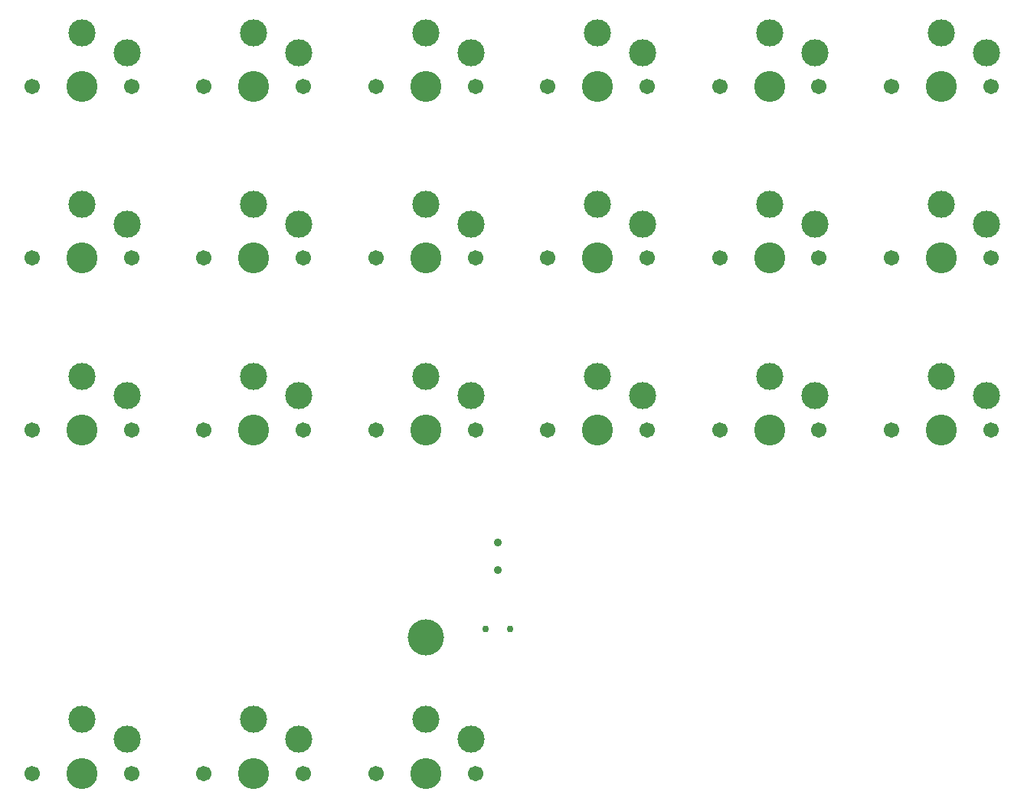
<source format=gbr>
%TF.GenerationSoftware,KiCad,Pcbnew,9.0.4*%
%TF.CreationDate,2025-09-30T09:07:34+02:00*%
%TF.ProjectId,right,72696768-742e-46b6-9963-61645f706362,v1.0.0*%
%TF.SameCoordinates,Original*%
%TF.FileFunction,NonPlated,1,2,NPTH,Drill*%
%TF.FilePolarity,Positive*%
%FSLAX46Y46*%
G04 Gerber Fmt 4.6, Leading zero omitted, Abs format (unit mm)*
G04 Created by KiCad (PCBNEW 9.0.4) date 2025-09-30 09:07:34*
%MOMM*%
%LPD*%
G01*
G04 APERTURE LIST*
%TA.AperFunction,ComponentDrill*%
%ADD10C,0.750000*%
%TD*%
%TA.AperFunction,ComponentDrill*%
%ADD11C,0.900000*%
%TD*%
%TA.AperFunction,ComponentDrill*%
%ADD12C,1.701800*%
%TD*%
%TA.AperFunction,ComponentDrill*%
%ADD13C,3.000000*%
%TD*%
%TA.AperFunction,ComponentDrill*%
%ADD14C,3.429000*%
%TD*%
%TA.AperFunction,ComponentDrill*%
%ADD15C,4.000000*%
%TD*%
G04 APERTURE END LIST*
D10*
%TO.C,B1*%
X144625000Y-134000000D03*
X147375000Y-134000000D03*
D11*
%TO.C,T1*%
X146000000Y-124500000D03*
X146000000Y-127500000D03*
D12*
%TO.C,S4*%
X94500000Y-74000000D03*
%TO.C,S3*%
X94500000Y-93000000D03*
%TO.C,S2*%
X94500000Y-112000000D03*
%TO.C,S1*%
X94500000Y-150000000D03*
%TO.C,S4*%
X105500000Y-74000000D03*
%TO.C,S3*%
X105500000Y-93000000D03*
%TO.C,S2*%
X105500000Y-112000000D03*
%TO.C,S1*%
X105500000Y-150000000D03*
%TO.C,S8*%
X113500000Y-74000000D03*
%TO.C,S7*%
X113500000Y-93000000D03*
%TO.C,S6*%
X113500000Y-112000000D03*
%TO.C,S5*%
X113500000Y-150000000D03*
%TO.C,S8*%
X124500000Y-74000000D03*
%TO.C,S7*%
X124500000Y-93000000D03*
%TO.C,S6*%
X124500000Y-112000000D03*
%TO.C,S5*%
X124500000Y-150000000D03*
%TO.C,S12*%
X132500000Y-74000000D03*
%TO.C,S11*%
X132500000Y-93000000D03*
%TO.C,S10*%
X132500000Y-112000000D03*
%TO.C,S9*%
X132500000Y-150000000D03*
%TO.C,S12*%
X143500000Y-74000000D03*
%TO.C,S11*%
X143500000Y-93000000D03*
%TO.C,S10*%
X143500000Y-112000000D03*
%TO.C,S9*%
X143500000Y-150000000D03*
%TO.C,S15*%
X151500000Y-74000000D03*
%TO.C,S14*%
X151500000Y-93000000D03*
%TO.C,S13*%
X151500000Y-112000000D03*
%TO.C,S15*%
X162500000Y-74000000D03*
%TO.C,S14*%
X162500000Y-93000000D03*
%TO.C,S13*%
X162500000Y-112000000D03*
%TO.C,S18*%
X170500000Y-74000000D03*
%TO.C,S17*%
X170500000Y-93000000D03*
%TO.C,S16*%
X170500000Y-112000000D03*
%TO.C,S18*%
X181500000Y-74000000D03*
%TO.C,S17*%
X181500000Y-93000000D03*
%TO.C,S16*%
X181500000Y-112000000D03*
%TO.C,S21*%
X189500000Y-74000000D03*
%TO.C,S20*%
X189500000Y-93000000D03*
%TO.C,S19*%
X189500000Y-112000000D03*
%TO.C,S21*%
X200500000Y-74000000D03*
%TO.C,S20*%
X200500000Y-93000000D03*
%TO.C,S19*%
X200500000Y-112000000D03*
D13*
%TO.C,S4*%
X100000000Y-68050000D03*
%TO.C,S3*%
X100000000Y-87050000D03*
%TO.C,S2*%
X100000000Y-106050000D03*
%TO.C,S1*%
X100000000Y-144050000D03*
%TO.C,S4*%
X105000000Y-70250000D03*
%TO.C,S3*%
X105000000Y-89250000D03*
%TO.C,S2*%
X105000000Y-108250000D03*
%TO.C,S1*%
X105000000Y-146250000D03*
%TO.C,S8*%
X119000000Y-68050000D03*
%TO.C,S7*%
X119000000Y-87050000D03*
%TO.C,S6*%
X119000000Y-106050000D03*
%TO.C,S5*%
X119000000Y-144050000D03*
%TO.C,S8*%
X124000000Y-70250000D03*
%TO.C,S7*%
X124000000Y-89250000D03*
%TO.C,S6*%
X124000000Y-108250000D03*
%TO.C,S5*%
X124000000Y-146250000D03*
%TO.C,S12*%
X138000000Y-68050000D03*
%TO.C,S11*%
X138000000Y-87050000D03*
%TO.C,S10*%
X138000000Y-106050000D03*
%TO.C,S9*%
X138000000Y-144050000D03*
%TO.C,S12*%
X143000000Y-70250000D03*
%TO.C,S11*%
X143000000Y-89250000D03*
%TO.C,S10*%
X143000000Y-108250000D03*
%TO.C,S9*%
X143000000Y-146250000D03*
%TO.C,S15*%
X157000000Y-68050000D03*
%TO.C,S14*%
X157000000Y-87050000D03*
%TO.C,S13*%
X157000000Y-106050000D03*
%TO.C,S15*%
X162000000Y-70250000D03*
%TO.C,S14*%
X162000000Y-89250000D03*
%TO.C,S13*%
X162000000Y-108250000D03*
%TO.C,S18*%
X176000000Y-68050000D03*
%TO.C,S17*%
X176000000Y-87050000D03*
%TO.C,S16*%
X176000000Y-106050000D03*
%TO.C,S18*%
X181000000Y-70250000D03*
%TO.C,S17*%
X181000000Y-89250000D03*
%TO.C,S16*%
X181000000Y-108250000D03*
%TO.C,S21*%
X195000000Y-68050000D03*
%TO.C,S20*%
X195000000Y-87050000D03*
%TO.C,S19*%
X195000000Y-106050000D03*
%TO.C,S21*%
X200000000Y-70250000D03*
%TO.C,S20*%
X200000000Y-89250000D03*
%TO.C,S19*%
X200000000Y-108250000D03*
D14*
%TO.C,S4*%
X100000000Y-74000000D03*
%TO.C,S3*%
X100000000Y-93000000D03*
%TO.C,S2*%
X100000000Y-112000000D03*
%TO.C,S1*%
X100000000Y-150000000D03*
%TO.C,S8*%
X119000000Y-74000000D03*
%TO.C,S7*%
X119000000Y-93000000D03*
%TO.C,S6*%
X119000000Y-112000000D03*
%TO.C,S5*%
X119000000Y-150000000D03*
%TO.C,S12*%
X138000000Y-74000000D03*
%TO.C,S11*%
X138000000Y-93000000D03*
%TO.C,S10*%
X138000000Y-112000000D03*
%TO.C,S9*%
X138000000Y-150000000D03*
%TO.C,S15*%
X157000000Y-74000000D03*
%TO.C,S14*%
X157000000Y-93000000D03*
%TO.C,S13*%
X157000000Y-112000000D03*
%TO.C,S18*%
X176000000Y-74000000D03*
%TO.C,S17*%
X176000000Y-93000000D03*
%TO.C,S16*%
X176000000Y-112000000D03*
%TO.C,S21*%
X195000000Y-74000000D03*
%TO.C,S20*%
X195000000Y-93000000D03*
%TO.C,S19*%
X195000000Y-112000000D03*
D15*
%TO.C,*%
X138000000Y-135000000D03*
M02*

</source>
